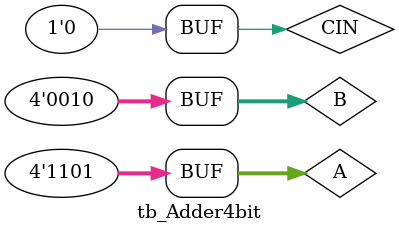
<source format=v>
`timescale 1ns / 1ps


module tb_Adder4bit;

	// Inputs
	reg [3:0] A;
	reg [3:0] B;
	reg CIN;

	// Outputs
	wire [3:0] SUM;
	wire CARRY;

	// Instantiate the Unit Under Test (UUT)
	Adder4bit uut (
		.A(A), 
		.B(B), 
		.CIN(CIN), 
		.SUM(SUM), 
		.CARRY(CARRY)
	);

	initial begin
		// Initialize Inputs
		A = 0;
		B = 0;
		CIN = 0;

		// Wait 100 ns for global reset to finish
		#100;
      A = (4'b1111);
		B = 2;
		#100;
		A = 1;
		B = 0;
		CIN = 1;
		#100;
		B=1;
		#100;
		A = 13;
		B = 2;
		CIN = 0;
		#100;
		// Add stimulus here

	end
      
endmodule


</source>
